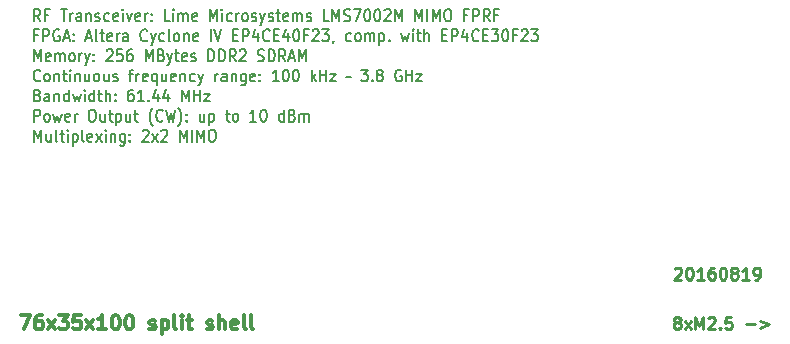
<source format=gto>
G04 #@! TF.FileFunction,Legend,Top*
%FSLAX46Y46*%
G04 Gerber Fmt 4.6, Leading zero omitted, Abs format (unit mm)*
G04 Created by KiCad (PCBNEW (2016-07-22 BZR 6991, Git 146a78a)-product) date 08/19/16 17:42:04*
%MOMM*%
%LPD*%
G01*
G04 APERTURE LIST*
%ADD10C,0.150000*%
%ADD11C,0.250000*%
%ADD12C,0.200000*%
%ADD13C,0.300000*%
%ADD14C,0.700000*%
%ADD15C,1.350000*%
%ADD16C,3.000000*%
%ADD17C,0.254000*%
G04 APERTURE END LIST*
D10*
D11*
X63572976Y-28027619D02*
X63620595Y-27980000D01*
X63715833Y-27932380D01*
X63953928Y-27932380D01*
X64049166Y-27980000D01*
X64096785Y-28027619D01*
X64144404Y-28122857D01*
X64144404Y-28218095D01*
X64096785Y-28360952D01*
X63525357Y-28932380D01*
X64144404Y-28932380D01*
X64763452Y-27932380D02*
X64858690Y-27932380D01*
X64953928Y-27980000D01*
X65001547Y-28027619D01*
X65049166Y-28122857D01*
X65096785Y-28313333D01*
X65096785Y-28551428D01*
X65049166Y-28741904D01*
X65001547Y-28837142D01*
X64953928Y-28884761D01*
X64858690Y-28932380D01*
X64763452Y-28932380D01*
X64668214Y-28884761D01*
X64620595Y-28837142D01*
X64572976Y-28741904D01*
X64525357Y-28551428D01*
X64525357Y-28313333D01*
X64572976Y-28122857D01*
X64620595Y-28027619D01*
X64668214Y-27980000D01*
X64763452Y-27932380D01*
X66049166Y-28932380D02*
X65477738Y-28932380D01*
X65763452Y-28932380D02*
X65763452Y-27932380D01*
X65668214Y-28075238D01*
X65572976Y-28170476D01*
X65477738Y-28218095D01*
X66906309Y-27932380D02*
X66715833Y-27932380D01*
X66620595Y-27980000D01*
X66572976Y-28027619D01*
X66477738Y-28170476D01*
X66430119Y-28360952D01*
X66430119Y-28741904D01*
X66477738Y-28837142D01*
X66525357Y-28884761D01*
X66620595Y-28932380D01*
X66811071Y-28932380D01*
X66906309Y-28884761D01*
X66953928Y-28837142D01*
X67001547Y-28741904D01*
X67001547Y-28503809D01*
X66953928Y-28408571D01*
X66906309Y-28360952D01*
X66811071Y-28313333D01*
X66620595Y-28313333D01*
X66525357Y-28360952D01*
X66477738Y-28408571D01*
X66430119Y-28503809D01*
X67620595Y-27932380D02*
X67715833Y-27932380D01*
X67811071Y-27980000D01*
X67858690Y-28027619D01*
X67906309Y-28122857D01*
X67953928Y-28313333D01*
X67953928Y-28551428D01*
X67906309Y-28741904D01*
X67858690Y-28837142D01*
X67811071Y-28884761D01*
X67715833Y-28932380D01*
X67620595Y-28932380D01*
X67525357Y-28884761D01*
X67477738Y-28837142D01*
X67430119Y-28741904D01*
X67382500Y-28551428D01*
X67382500Y-28313333D01*
X67430119Y-28122857D01*
X67477738Y-28027619D01*
X67525357Y-27980000D01*
X67620595Y-27932380D01*
X68525357Y-28360952D02*
X68430119Y-28313333D01*
X68382500Y-28265714D01*
X68334880Y-28170476D01*
X68334880Y-28122857D01*
X68382500Y-28027619D01*
X68430119Y-27980000D01*
X68525357Y-27932380D01*
X68715833Y-27932380D01*
X68811071Y-27980000D01*
X68858690Y-28027619D01*
X68906309Y-28122857D01*
X68906309Y-28170476D01*
X68858690Y-28265714D01*
X68811071Y-28313333D01*
X68715833Y-28360952D01*
X68525357Y-28360952D01*
X68430119Y-28408571D01*
X68382500Y-28456190D01*
X68334880Y-28551428D01*
X68334880Y-28741904D01*
X68382500Y-28837142D01*
X68430119Y-28884761D01*
X68525357Y-28932380D01*
X68715833Y-28932380D01*
X68811071Y-28884761D01*
X68858690Y-28837142D01*
X68906309Y-28741904D01*
X68906309Y-28551428D01*
X68858690Y-28456190D01*
X68811071Y-28408571D01*
X68715833Y-28360952D01*
X69858690Y-28932380D02*
X69287261Y-28932380D01*
X69572976Y-28932380D02*
X69572976Y-27932380D01*
X69477738Y-28075238D01*
X69382500Y-28170476D01*
X69287261Y-28218095D01*
X70334880Y-28932380D02*
X70525357Y-28932380D01*
X70620595Y-28884761D01*
X70668214Y-28837142D01*
X70763452Y-28694285D01*
X70811071Y-28503809D01*
X70811071Y-28122857D01*
X70763452Y-28027619D01*
X70715833Y-27980000D01*
X70620595Y-27932380D01*
X70430119Y-27932380D01*
X70334880Y-27980000D01*
X70287261Y-28027619D01*
X70239642Y-28122857D01*
X70239642Y-28360952D01*
X70287261Y-28456190D01*
X70334880Y-28503809D01*
X70430119Y-28551428D01*
X70620595Y-28551428D01*
X70715833Y-28503809D01*
X70763452Y-28456190D01*
X70811071Y-28360952D01*
D12*
X9858571Y-7052380D02*
X9558571Y-6576190D01*
X9344285Y-7052380D02*
X9344285Y-6052380D01*
X9687142Y-6052380D01*
X9772857Y-6100000D01*
X9815714Y-6147619D01*
X9858571Y-6242857D01*
X9858571Y-6385714D01*
X9815714Y-6480952D01*
X9772857Y-6528571D01*
X9687142Y-6576190D01*
X9344285Y-6576190D01*
X10544285Y-6528571D02*
X10244285Y-6528571D01*
X10244285Y-7052380D02*
X10244285Y-6052380D01*
X10672857Y-6052380D01*
X11572857Y-6052380D02*
X12087142Y-6052380D01*
X11830000Y-7052380D02*
X11830000Y-6052380D01*
X12387142Y-7052380D02*
X12387142Y-6385714D01*
X12387142Y-6576190D02*
X12430000Y-6480952D01*
X12472857Y-6433333D01*
X12558571Y-6385714D01*
X12644285Y-6385714D01*
X13330000Y-7052380D02*
X13330000Y-6528571D01*
X13287142Y-6433333D01*
X13201428Y-6385714D01*
X13030000Y-6385714D01*
X12944285Y-6433333D01*
X13330000Y-7004761D02*
X13244285Y-7052380D01*
X13030000Y-7052380D01*
X12944285Y-7004761D01*
X12901428Y-6909523D01*
X12901428Y-6814285D01*
X12944285Y-6719047D01*
X13030000Y-6671428D01*
X13244285Y-6671428D01*
X13330000Y-6623809D01*
X13758571Y-6385714D02*
X13758571Y-7052380D01*
X13758571Y-6480952D02*
X13801428Y-6433333D01*
X13887142Y-6385714D01*
X14015714Y-6385714D01*
X14101428Y-6433333D01*
X14144285Y-6528571D01*
X14144285Y-7052380D01*
X14530000Y-7004761D02*
X14615714Y-7052380D01*
X14787142Y-7052380D01*
X14872857Y-7004761D01*
X14915714Y-6909523D01*
X14915714Y-6861904D01*
X14872857Y-6766666D01*
X14787142Y-6719047D01*
X14658571Y-6719047D01*
X14572857Y-6671428D01*
X14530000Y-6576190D01*
X14530000Y-6528571D01*
X14572857Y-6433333D01*
X14658571Y-6385714D01*
X14787142Y-6385714D01*
X14872857Y-6433333D01*
X15687142Y-7004761D02*
X15601428Y-7052380D01*
X15430000Y-7052380D01*
X15344285Y-7004761D01*
X15301428Y-6957142D01*
X15258571Y-6861904D01*
X15258571Y-6576190D01*
X15301428Y-6480952D01*
X15344285Y-6433333D01*
X15430000Y-6385714D01*
X15601428Y-6385714D01*
X15687142Y-6433333D01*
X16415714Y-7004761D02*
X16330000Y-7052380D01*
X16158571Y-7052380D01*
X16072857Y-7004761D01*
X16030000Y-6909523D01*
X16030000Y-6528571D01*
X16072857Y-6433333D01*
X16158571Y-6385714D01*
X16330000Y-6385714D01*
X16415714Y-6433333D01*
X16458571Y-6528571D01*
X16458571Y-6623809D01*
X16030000Y-6719047D01*
X16844285Y-7052380D02*
X16844285Y-6385714D01*
X16844285Y-6052380D02*
X16801428Y-6100000D01*
X16844285Y-6147619D01*
X16887142Y-6100000D01*
X16844285Y-6052380D01*
X16844285Y-6147619D01*
X17187142Y-6385714D02*
X17401428Y-7052380D01*
X17615714Y-6385714D01*
X18301428Y-7004761D02*
X18215714Y-7052380D01*
X18044285Y-7052380D01*
X17958571Y-7004761D01*
X17915714Y-6909523D01*
X17915714Y-6528571D01*
X17958571Y-6433333D01*
X18044285Y-6385714D01*
X18215714Y-6385714D01*
X18301428Y-6433333D01*
X18344285Y-6528571D01*
X18344285Y-6623809D01*
X17915714Y-6719047D01*
X18730000Y-7052380D02*
X18730000Y-6385714D01*
X18730000Y-6576190D02*
X18772857Y-6480952D01*
X18815714Y-6433333D01*
X18901428Y-6385714D01*
X18987142Y-6385714D01*
X19287142Y-6957142D02*
X19330000Y-7004761D01*
X19287142Y-7052380D01*
X19244285Y-7004761D01*
X19287142Y-6957142D01*
X19287142Y-7052380D01*
X19287142Y-6433333D02*
X19330000Y-6480952D01*
X19287142Y-6528571D01*
X19244285Y-6480952D01*
X19287142Y-6433333D01*
X19287142Y-6528571D01*
X20830000Y-7052380D02*
X20401428Y-7052380D01*
X20401428Y-6052380D01*
X21130000Y-7052380D02*
X21130000Y-6385714D01*
X21130000Y-6052380D02*
X21087142Y-6100000D01*
X21130000Y-6147619D01*
X21172857Y-6100000D01*
X21130000Y-6052380D01*
X21130000Y-6147619D01*
X21558571Y-7052380D02*
X21558571Y-6385714D01*
X21558571Y-6480952D02*
X21601428Y-6433333D01*
X21687142Y-6385714D01*
X21815714Y-6385714D01*
X21901428Y-6433333D01*
X21944285Y-6528571D01*
X21944285Y-7052380D01*
X21944285Y-6528571D02*
X21987142Y-6433333D01*
X22072857Y-6385714D01*
X22201428Y-6385714D01*
X22287142Y-6433333D01*
X22330000Y-6528571D01*
X22330000Y-7052380D01*
X23101428Y-7004761D02*
X23015714Y-7052380D01*
X22844285Y-7052380D01*
X22758571Y-7004761D01*
X22715714Y-6909523D01*
X22715714Y-6528571D01*
X22758571Y-6433333D01*
X22844285Y-6385714D01*
X23015714Y-6385714D01*
X23101428Y-6433333D01*
X23144285Y-6528571D01*
X23144285Y-6623809D01*
X22715714Y-6719047D01*
X24215714Y-7052380D02*
X24215714Y-6052380D01*
X24515714Y-6766666D01*
X24815714Y-6052380D01*
X24815714Y-7052380D01*
X25244285Y-7052380D02*
X25244285Y-6385714D01*
X25244285Y-6052380D02*
X25201428Y-6100000D01*
X25244285Y-6147619D01*
X25287142Y-6100000D01*
X25244285Y-6052380D01*
X25244285Y-6147619D01*
X26058571Y-7004761D02*
X25972857Y-7052380D01*
X25801428Y-7052380D01*
X25715714Y-7004761D01*
X25672857Y-6957142D01*
X25630000Y-6861904D01*
X25630000Y-6576190D01*
X25672857Y-6480952D01*
X25715714Y-6433333D01*
X25801428Y-6385714D01*
X25972857Y-6385714D01*
X26058571Y-6433333D01*
X26444285Y-7052380D02*
X26444285Y-6385714D01*
X26444285Y-6576190D02*
X26487142Y-6480952D01*
X26530000Y-6433333D01*
X26615714Y-6385714D01*
X26701428Y-6385714D01*
X27130000Y-7052380D02*
X27044285Y-7004761D01*
X27001428Y-6957142D01*
X26958571Y-6861904D01*
X26958571Y-6576190D01*
X27001428Y-6480952D01*
X27044285Y-6433333D01*
X27130000Y-6385714D01*
X27258571Y-6385714D01*
X27344285Y-6433333D01*
X27387142Y-6480952D01*
X27430000Y-6576190D01*
X27430000Y-6861904D01*
X27387142Y-6957142D01*
X27344285Y-7004761D01*
X27258571Y-7052380D01*
X27130000Y-7052380D01*
X27772857Y-7004761D02*
X27858571Y-7052380D01*
X28030000Y-7052380D01*
X28115714Y-7004761D01*
X28158571Y-6909523D01*
X28158571Y-6861904D01*
X28115714Y-6766666D01*
X28030000Y-6719047D01*
X27901428Y-6719047D01*
X27815714Y-6671428D01*
X27772857Y-6576190D01*
X27772857Y-6528571D01*
X27815714Y-6433333D01*
X27901428Y-6385714D01*
X28030000Y-6385714D01*
X28115714Y-6433333D01*
X28458571Y-6385714D02*
X28672857Y-7052380D01*
X28887142Y-6385714D02*
X28672857Y-7052380D01*
X28587142Y-7290476D01*
X28544285Y-7338095D01*
X28458571Y-7385714D01*
X29187142Y-7004761D02*
X29272857Y-7052380D01*
X29444285Y-7052380D01*
X29530000Y-7004761D01*
X29572857Y-6909523D01*
X29572857Y-6861904D01*
X29530000Y-6766666D01*
X29444285Y-6719047D01*
X29315714Y-6719047D01*
X29230000Y-6671428D01*
X29187142Y-6576190D01*
X29187142Y-6528571D01*
X29230000Y-6433333D01*
X29315714Y-6385714D01*
X29444285Y-6385714D01*
X29530000Y-6433333D01*
X29830000Y-6385714D02*
X30172857Y-6385714D01*
X29958571Y-6052380D02*
X29958571Y-6909523D01*
X30001428Y-7004761D01*
X30087142Y-7052380D01*
X30172857Y-7052380D01*
X30815714Y-7004761D02*
X30730000Y-7052380D01*
X30558571Y-7052380D01*
X30472857Y-7004761D01*
X30430000Y-6909523D01*
X30430000Y-6528571D01*
X30472857Y-6433333D01*
X30558571Y-6385714D01*
X30730000Y-6385714D01*
X30815714Y-6433333D01*
X30858571Y-6528571D01*
X30858571Y-6623809D01*
X30430000Y-6719047D01*
X31244285Y-7052380D02*
X31244285Y-6385714D01*
X31244285Y-6480952D02*
X31287142Y-6433333D01*
X31372857Y-6385714D01*
X31501428Y-6385714D01*
X31587142Y-6433333D01*
X31630000Y-6528571D01*
X31630000Y-7052380D01*
X31630000Y-6528571D02*
X31672857Y-6433333D01*
X31758571Y-6385714D01*
X31887142Y-6385714D01*
X31972857Y-6433333D01*
X32015714Y-6528571D01*
X32015714Y-7052380D01*
X32401428Y-7004761D02*
X32487142Y-7052380D01*
X32658571Y-7052380D01*
X32744285Y-7004761D01*
X32787142Y-6909523D01*
X32787142Y-6861904D01*
X32744285Y-6766666D01*
X32658571Y-6719047D01*
X32530000Y-6719047D01*
X32444285Y-6671428D01*
X32401428Y-6576190D01*
X32401428Y-6528571D01*
X32444285Y-6433333D01*
X32530000Y-6385714D01*
X32658571Y-6385714D01*
X32744285Y-6433333D01*
X34287142Y-7052380D02*
X33858571Y-7052380D01*
X33858571Y-6052380D01*
X34587142Y-7052380D02*
X34587142Y-6052380D01*
X34887142Y-6766666D01*
X35187142Y-6052380D01*
X35187142Y-7052380D01*
X35572857Y-7004761D02*
X35701428Y-7052380D01*
X35915714Y-7052380D01*
X36001428Y-7004761D01*
X36044285Y-6957142D01*
X36087142Y-6861904D01*
X36087142Y-6766666D01*
X36044285Y-6671428D01*
X36001428Y-6623809D01*
X35915714Y-6576190D01*
X35744285Y-6528571D01*
X35658571Y-6480952D01*
X35615714Y-6433333D01*
X35572857Y-6338095D01*
X35572857Y-6242857D01*
X35615714Y-6147619D01*
X35658571Y-6100000D01*
X35744285Y-6052380D01*
X35958571Y-6052380D01*
X36087142Y-6100000D01*
X36387142Y-6052380D02*
X36987142Y-6052380D01*
X36601428Y-7052380D01*
X37501428Y-6052380D02*
X37587142Y-6052380D01*
X37672857Y-6100000D01*
X37715714Y-6147619D01*
X37758571Y-6242857D01*
X37801428Y-6433333D01*
X37801428Y-6671428D01*
X37758571Y-6861904D01*
X37715714Y-6957142D01*
X37672857Y-7004761D01*
X37587142Y-7052380D01*
X37501428Y-7052380D01*
X37415714Y-7004761D01*
X37372857Y-6957142D01*
X37330000Y-6861904D01*
X37287142Y-6671428D01*
X37287142Y-6433333D01*
X37330000Y-6242857D01*
X37372857Y-6147619D01*
X37415714Y-6100000D01*
X37501428Y-6052380D01*
X38358571Y-6052380D02*
X38444285Y-6052380D01*
X38530000Y-6100000D01*
X38572857Y-6147619D01*
X38615714Y-6242857D01*
X38658571Y-6433333D01*
X38658571Y-6671428D01*
X38615714Y-6861904D01*
X38572857Y-6957142D01*
X38530000Y-7004761D01*
X38444285Y-7052380D01*
X38358571Y-7052380D01*
X38272857Y-7004761D01*
X38230000Y-6957142D01*
X38187142Y-6861904D01*
X38144285Y-6671428D01*
X38144285Y-6433333D01*
X38187142Y-6242857D01*
X38230000Y-6147619D01*
X38272857Y-6100000D01*
X38358571Y-6052380D01*
X39001428Y-6147619D02*
X39044285Y-6100000D01*
X39130000Y-6052380D01*
X39344285Y-6052380D01*
X39430000Y-6100000D01*
X39472857Y-6147619D01*
X39515714Y-6242857D01*
X39515714Y-6338095D01*
X39472857Y-6480952D01*
X38958571Y-7052380D01*
X39515714Y-7052380D01*
X39901428Y-7052380D02*
X39901428Y-6052380D01*
X40201428Y-6766666D01*
X40501428Y-6052380D01*
X40501428Y-7052380D01*
X41615714Y-7052380D02*
X41615714Y-6052380D01*
X41915714Y-6766666D01*
X42215714Y-6052380D01*
X42215714Y-7052380D01*
X42644285Y-7052380D02*
X42644285Y-6052380D01*
X43072857Y-7052380D02*
X43072857Y-6052380D01*
X43372857Y-6766666D01*
X43672857Y-6052380D01*
X43672857Y-7052380D01*
X44272857Y-6052380D02*
X44444285Y-6052380D01*
X44530000Y-6100000D01*
X44615714Y-6195238D01*
X44658571Y-6385714D01*
X44658571Y-6719047D01*
X44615714Y-6909523D01*
X44530000Y-7004761D01*
X44444285Y-7052380D01*
X44272857Y-7052380D01*
X44187142Y-7004761D01*
X44101428Y-6909523D01*
X44058571Y-6719047D01*
X44058571Y-6385714D01*
X44101428Y-6195238D01*
X44187142Y-6100000D01*
X44272857Y-6052380D01*
X46030000Y-6528571D02*
X45730000Y-6528571D01*
X45730000Y-7052380D02*
X45730000Y-6052380D01*
X46158571Y-6052380D01*
X46501428Y-7052380D02*
X46501428Y-6052380D01*
X46844285Y-6052380D01*
X46930000Y-6100000D01*
X46972857Y-6147619D01*
X47015714Y-6242857D01*
X47015714Y-6385714D01*
X46972857Y-6480952D01*
X46930000Y-6528571D01*
X46844285Y-6576190D01*
X46501428Y-6576190D01*
X47915714Y-7052380D02*
X47615714Y-6576190D01*
X47401428Y-7052380D02*
X47401428Y-6052380D01*
X47744285Y-6052380D01*
X47830000Y-6100000D01*
X47872857Y-6147619D01*
X47915714Y-6242857D01*
X47915714Y-6385714D01*
X47872857Y-6480952D01*
X47830000Y-6528571D01*
X47744285Y-6576190D01*
X47401428Y-6576190D01*
X48601428Y-6528571D02*
X48301428Y-6528571D01*
X48301428Y-7052380D02*
X48301428Y-6052380D01*
X48730000Y-6052380D01*
X9644285Y-8228571D02*
X9344285Y-8228571D01*
X9344285Y-8752380D02*
X9344285Y-7752380D01*
X9772857Y-7752380D01*
X10115714Y-8752380D02*
X10115714Y-7752380D01*
X10458571Y-7752380D01*
X10544285Y-7800000D01*
X10587142Y-7847619D01*
X10630000Y-7942857D01*
X10630000Y-8085714D01*
X10587142Y-8180952D01*
X10544285Y-8228571D01*
X10458571Y-8276190D01*
X10115714Y-8276190D01*
X11487142Y-7800000D02*
X11401428Y-7752380D01*
X11272857Y-7752380D01*
X11144285Y-7800000D01*
X11058571Y-7895238D01*
X11015714Y-7990476D01*
X10972857Y-8180952D01*
X10972857Y-8323809D01*
X11015714Y-8514285D01*
X11058571Y-8609523D01*
X11144285Y-8704761D01*
X11272857Y-8752380D01*
X11358571Y-8752380D01*
X11487142Y-8704761D01*
X11530000Y-8657142D01*
X11530000Y-8323809D01*
X11358571Y-8323809D01*
X11872857Y-8466666D02*
X12301428Y-8466666D01*
X11787142Y-8752380D02*
X12087142Y-7752380D01*
X12387142Y-8752380D01*
X12687142Y-8657142D02*
X12730000Y-8704761D01*
X12687142Y-8752380D01*
X12644285Y-8704761D01*
X12687142Y-8657142D01*
X12687142Y-8752380D01*
X12687142Y-8133333D02*
X12730000Y-8180952D01*
X12687142Y-8228571D01*
X12644285Y-8180952D01*
X12687142Y-8133333D01*
X12687142Y-8228571D01*
X13758571Y-8466666D02*
X14187142Y-8466666D01*
X13672857Y-8752380D02*
X13972857Y-7752380D01*
X14272857Y-8752380D01*
X14701428Y-8752380D02*
X14615714Y-8704761D01*
X14572857Y-8609523D01*
X14572857Y-7752380D01*
X14915714Y-8085714D02*
X15258571Y-8085714D01*
X15044285Y-7752380D02*
X15044285Y-8609523D01*
X15087142Y-8704761D01*
X15172857Y-8752380D01*
X15258571Y-8752380D01*
X15901428Y-8704761D02*
X15815714Y-8752380D01*
X15644285Y-8752380D01*
X15558571Y-8704761D01*
X15515714Y-8609523D01*
X15515714Y-8228571D01*
X15558571Y-8133333D01*
X15644285Y-8085714D01*
X15815714Y-8085714D01*
X15901428Y-8133333D01*
X15944285Y-8228571D01*
X15944285Y-8323809D01*
X15515714Y-8419047D01*
X16330000Y-8752380D02*
X16330000Y-8085714D01*
X16330000Y-8276190D02*
X16372857Y-8180952D01*
X16415714Y-8133333D01*
X16501428Y-8085714D01*
X16587142Y-8085714D01*
X17272857Y-8752380D02*
X17272857Y-8228571D01*
X17230000Y-8133333D01*
X17144285Y-8085714D01*
X16972857Y-8085714D01*
X16887142Y-8133333D01*
X17272857Y-8704761D02*
X17187142Y-8752380D01*
X16972857Y-8752380D01*
X16887142Y-8704761D01*
X16844285Y-8609523D01*
X16844285Y-8514285D01*
X16887142Y-8419047D01*
X16972857Y-8371428D01*
X17187142Y-8371428D01*
X17272857Y-8323809D01*
X18901428Y-8657142D02*
X18858571Y-8704761D01*
X18730000Y-8752380D01*
X18644285Y-8752380D01*
X18515714Y-8704761D01*
X18430000Y-8609523D01*
X18387142Y-8514285D01*
X18344285Y-8323809D01*
X18344285Y-8180952D01*
X18387142Y-7990476D01*
X18430000Y-7895238D01*
X18515714Y-7800000D01*
X18644285Y-7752380D01*
X18730000Y-7752380D01*
X18858571Y-7800000D01*
X18901428Y-7847619D01*
X19201428Y-8085714D02*
X19415714Y-8752380D01*
X19630000Y-8085714D02*
X19415714Y-8752380D01*
X19330000Y-8990476D01*
X19287142Y-9038095D01*
X19201428Y-9085714D01*
X20358571Y-8704761D02*
X20272857Y-8752380D01*
X20101428Y-8752380D01*
X20015714Y-8704761D01*
X19972857Y-8657142D01*
X19930000Y-8561904D01*
X19930000Y-8276190D01*
X19972857Y-8180952D01*
X20015714Y-8133333D01*
X20101428Y-8085714D01*
X20272857Y-8085714D01*
X20358571Y-8133333D01*
X20872857Y-8752380D02*
X20787142Y-8704761D01*
X20744285Y-8609523D01*
X20744285Y-7752380D01*
X21344285Y-8752380D02*
X21258571Y-8704761D01*
X21215714Y-8657142D01*
X21172857Y-8561904D01*
X21172857Y-8276190D01*
X21215714Y-8180952D01*
X21258571Y-8133333D01*
X21344285Y-8085714D01*
X21472857Y-8085714D01*
X21558571Y-8133333D01*
X21601428Y-8180952D01*
X21644285Y-8276190D01*
X21644285Y-8561904D01*
X21601428Y-8657142D01*
X21558571Y-8704761D01*
X21472857Y-8752380D01*
X21344285Y-8752380D01*
X22030000Y-8085714D02*
X22030000Y-8752380D01*
X22030000Y-8180952D02*
X22072857Y-8133333D01*
X22158571Y-8085714D01*
X22287142Y-8085714D01*
X22372857Y-8133333D01*
X22415714Y-8228571D01*
X22415714Y-8752380D01*
X23187142Y-8704761D02*
X23101428Y-8752380D01*
X22930000Y-8752380D01*
X22844285Y-8704761D01*
X22801428Y-8609523D01*
X22801428Y-8228571D01*
X22844285Y-8133333D01*
X22930000Y-8085714D01*
X23101428Y-8085714D01*
X23187142Y-8133333D01*
X23230000Y-8228571D01*
X23230000Y-8323809D01*
X22801428Y-8419047D01*
X24301428Y-8752380D02*
X24301428Y-7752380D01*
X24601428Y-7752380D02*
X24901428Y-8752380D01*
X25201428Y-7752380D01*
X26187142Y-8228571D02*
X26487142Y-8228571D01*
X26615714Y-8752380D02*
X26187142Y-8752380D01*
X26187142Y-7752380D01*
X26615714Y-7752380D01*
X27001428Y-8752380D02*
X27001428Y-7752380D01*
X27344285Y-7752380D01*
X27430000Y-7800000D01*
X27472857Y-7847619D01*
X27515714Y-7942857D01*
X27515714Y-8085714D01*
X27472857Y-8180952D01*
X27430000Y-8228571D01*
X27344285Y-8276190D01*
X27001428Y-8276190D01*
X28287142Y-8085714D02*
X28287142Y-8752380D01*
X28072857Y-7704761D02*
X27858571Y-8419047D01*
X28415714Y-8419047D01*
X29272857Y-8657142D02*
X29230000Y-8704761D01*
X29101428Y-8752380D01*
X29015714Y-8752380D01*
X28887142Y-8704761D01*
X28801428Y-8609523D01*
X28758571Y-8514285D01*
X28715714Y-8323809D01*
X28715714Y-8180952D01*
X28758571Y-7990476D01*
X28801428Y-7895238D01*
X28887142Y-7800000D01*
X29015714Y-7752380D01*
X29101428Y-7752380D01*
X29230000Y-7800000D01*
X29272857Y-7847619D01*
X29658571Y-8228571D02*
X29958571Y-8228571D01*
X30087142Y-8752380D02*
X29658571Y-8752380D01*
X29658571Y-7752380D01*
X30087142Y-7752380D01*
X30858571Y-8085714D02*
X30858571Y-8752380D01*
X30644285Y-7704761D02*
X30430000Y-8419047D01*
X30987142Y-8419047D01*
X31501428Y-7752380D02*
X31587142Y-7752380D01*
X31672857Y-7800000D01*
X31715714Y-7847619D01*
X31758571Y-7942857D01*
X31801428Y-8133333D01*
X31801428Y-8371428D01*
X31758571Y-8561904D01*
X31715714Y-8657142D01*
X31672857Y-8704761D01*
X31587142Y-8752380D01*
X31501428Y-8752380D01*
X31415714Y-8704761D01*
X31372857Y-8657142D01*
X31330000Y-8561904D01*
X31287142Y-8371428D01*
X31287142Y-8133333D01*
X31330000Y-7942857D01*
X31372857Y-7847619D01*
X31415714Y-7800000D01*
X31501428Y-7752380D01*
X32487142Y-8228571D02*
X32187142Y-8228571D01*
X32187142Y-8752380D02*
X32187142Y-7752380D01*
X32615714Y-7752380D01*
X32915714Y-7847619D02*
X32958571Y-7800000D01*
X33044285Y-7752380D01*
X33258571Y-7752380D01*
X33344285Y-7800000D01*
X33387142Y-7847619D01*
X33430000Y-7942857D01*
X33430000Y-8038095D01*
X33387142Y-8180952D01*
X32872857Y-8752380D01*
X33430000Y-8752380D01*
X33730000Y-7752380D02*
X34287142Y-7752380D01*
X33987142Y-8133333D01*
X34115714Y-8133333D01*
X34201428Y-8180952D01*
X34244285Y-8228571D01*
X34287142Y-8323809D01*
X34287142Y-8561904D01*
X34244285Y-8657142D01*
X34201428Y-8704761D01*
X34115714Y-8752380D01*
X33858571Y-8752380D01*
X33772857Y-8704761D01*
X33730000Y-8657142D01*
X34715714Y-8704761D02*
X34715714Y-8752380D01*
X34672857Y-8847619D01*
X34630000Y-8895238D01*
X36172857Y-8704761D02*
X36087142Y-8752380D01*
X35915714Y-8752380D01*
X35830000Y-8704761D01*
X35787142Y-8657142D01*
X35744285Y-8561904D01*
X35744285Y-8276190D01*
X35787142Y-8180952D01*
X35830000Y-8133333D01*
X35915714Y-8085714D01*
X36087142Y-8085714D01*
X36172857Y-8133333D01*
X36687142Y-8752380D02*
X36601428Y-8704761D01*
X36558571Y-8657142D01*
X36515714Y-8561904D01*
X36515714Y-8276190D01*
X36558571Y-8180952D01*
X36601428Y-8133333D01*
X36687142Y-8085714D01*
X36815714Y-8085714D01*
X36901428Y-8133333D01*
X36944285Y-8180952D01*
X36987142Y-8276190D01*
X36987142Y-8561904D01*
X36944285Y-8657142D01*
X36901428Y-8704761D01*
X36815714Y-8752380D01*
X36687142Y-8752380D01*
X37372857Y-8752380D02*
X37372857Y-8085714D01*
X37372857Y-8180952D02*
X37415714Y-8133333D01*
X37501428Y-8085714D01*
X37630000Y-8085714D01*
X37715714Y-8133333D01*
X37758571Y-8228571D01*
X37758571Y-8752380D01*
X37758571Y-8228571D02*
X37801428Y-8133333D01*
X37887142Y-8085714D01*
X38015714Y-8085714D01*
X38101428Y-8133333D01*
X38144285Y-8228571D01*
X38144285Y-8752380D01*
X38572857Y-8085714D02*
X38572857Y-9085714D01*
X38572857Y-8133333D02*
X38658571Y-8085714D01*
X38830000Y-8085714D01*
X38915714Y-8133333D01*
X38958571Y-8180952D01*
X39001428Y-8276190D01*
X39001428Y-8561904D01*
X38958571Y-8657142D01*
X38915714Y-8704761D01*
X38830000Y-8752380D01*
X38658571Y-8752380D01*
X38572857Y-8704761D01*
X39387142Y-8657142D02*
X39430000Y-8704761D01*
X39387142Y-8752380D01*
X39344285Y-8704761D01*
X39387142Y-8657142D01*
X39387142Y-8752380D01*
X40415714Y-8085714D02*
X40587142Y-8752380D01*
X40758571Y-8276190D01*
X40930000Y-8752380D01*
X41101428Y-8085714D01*
X41444285Y-8752380D02*
X41444285Y-8085714D01*
X41444285Y-7752380D02*
X41401428Y-7800000D01*
X41444285Y-7847619D01*
X41487142Y-7800000D01*
X41444285Y-7752380D01*
X41444285Y-7847619D01*
X41744285Y-8085714D02*
X42087142Y-8085714D01*
X41872857Y-7752380D02*
X41872857Y-8609523D01*
X41915714Y-8704761D01*
X42001428Y-8752380D01*
X42087142Y-8752380D01*
X42387142Y-8752380D02*
X42387142Y-7752380D01*
X42772857Y-8752380D02*
X42772857Y-8228571D01*
X42730000Y-8133333D01*
X42644285Y-8085714D01*
X42515714Y-8085714D01*
X42430000Y-8133333D01*
X42387142Y-8180952D01*
X43887142Y-8228571D02*
X44187142Y-8228571D01*
X44315714Y-8752380D02*
X43887142Y-8752380D01*
X43887142Y-7752380D01*
X44315714Y-7752380D01*
X44701428Y-8752380D02*
X44701428Y-7752380D01*
X45044285Y-7752380D01*
X45130000Y-7800000D01*
X45172857Y-7847619D01*
X45215714Y-7942857D01*
X45215714Y-8085714D01*
X45172857Y-8180952D01*
X45130000Y-8228571D01*
X45044285Y-8276190D01*
X44701428Y-8276190D01*
X45987142Y-8085714D02*
X45987142Y-8752380D01*
X45772857Y-7704761D02*
X45558571Y-8419047D01*
X46115714Y-8419047D01*
X46972857Y-8657142D02*
X46930000Y-8704761D01*
X46801428Y-8752380D01*
X46715714Y-8752380D01*
X46587142Y-8704761D01*
X46501428Y-8609523D01*
X46458571Y-8514285D01*
X46415714Y-8323809D01*
X46415714Y-8180952D01*
X46458571Y-7990476D01*
X46501428Y-7895238D01*
X46587142Y-7800000D01*
X46715714Y-7752380D01*
X46801428Y-7752380D01*
X46930000Y-7800000D01*
X46972857Y-7847619D01*
X47358571Y-8228571D02*
X47658571Y-8228571D01*
X47787142Y-8752380D02*
X47358571Y-8752380D01*
X47358571Y-7752380D01*
X47787142Y-7752380D01*
X48087142Y-7752380D02*
X48644285Y-7752380D01*
X48344285Y-8133333D01*
X48472857Y-8133333D01*
X48558571Y-8180952D01*
X48601428Y-8228571D01*
X48644285Y-8323809D01*
X48644285Y-8561904D01*
X48601428Y-8657142D01*
X48558571Y-8704761D01*
X48472857Y-8752380D01*
X48215714Y-8752380D01*
X48130000Y-8704761D01*
X48087142Y-8657142D01*
X49201428Y-7752380D02*
X49287142Y-7752380D01*
X49372857Y-7800000D01*
X49415714Y-7847619D01*
X49458571Y-7942857D01*
X49501428Y-8133333D01*
X49501428Y-8371428D01*
X49458571Y-8561904D01*
X49415714Y-8657142D01*
X49372857Y-8704761D01*
X49287142Y-8752380D01*
X49201428Y-8752380D01*
X49115714Y-8704761D01*
X49072857Y-8657142D01*
X49030000Y-8561904D01*
X48987142Y-8371428D01*
X48987142Y-8133333D01*
X49030000Y-7942857D01*
X49072857Y-7847619D01*
X49115714Y-7800000D01*
X49201428Y-7752380D01*
X50187142Y-8228571D02*
X49887142Y-8228571D01*
X49887142Y-8752380D02*
X49887142Y-7752380D01*
X50315714Y-7752380D01*
X50615714Y-7847619D02*
X50658571Y-7800000D01*
X50744285Y-7752380D01*
X50958571Y-7752380D01*
X51044285Y-7800000D01*
X51087142Y-7847619D01*
X51130000Y-7942857D01*
X51130000Y-8038095D01*
X51087142Y-8180952D01*
X50572857Y-8752380D01*
X51130000Y-8752380D01*
X51430000Y-7752380D02*
X51987142Y-7752380D01*
X51687142Y-8133333D01*
X51815714Y-8133333D01*
X51901428Y-8180952D01*
X51944285Y-8228571D01*
X51987142Y-8323809D01*
X51987142Y-8561904D01*
X51944285Y-8657142D01*
X51901428Y-8704761D01*
X51815714Y-8752380D01*
X51558571Y-8752380D01*
X51472857Y-8704761D01*
X51430000Y-8657142D01*
X9344285Y-10452380D02*
X9344285Y-9452380D01*
X9644285Y-10166666D01*
X9944285Y-9452380D01*
X9944285Y-10452380D01*
X10715714Y-10404761D02*
X10630000Y-10452380D01*
X10458571Y-10452380D01*
X10372857Y-10404761D01*
X10330000Y-10309523D01*
X10330000Y-9928571D01*
X10372857Y-9833333D01*
X10458571Y-9785714D01*
X10630000Y-9785714D01*
X10715714Y-9833333D01*
X10758571Y-9928571D01*
X10758571Y-10023809D01*
X10330000Y-10119047D01*
X11144285Y-10452380D02*
X11144285Y-9785714D01*
X11144285Y-9880952D02*
X11187142Y-9833333D01*
X11272857Y-9785714D01*
X11401428Y-9785714D01*
X11487142Y-9833333D01*
X11530000Y-9928571D01*
X11530000Y-10452380D01*
X11530000Y-9928571D02*
X11572857Y-9833333D01*
X11658571Y-9785714D01*
X11787142Y-9785714D01*
X11872857Y-9833333D01*
X11915714Y-9928571D01*
X11915714Y-10452380D01*
X12472857Y-10452380D02*
X12387142Y-10404761D01*
X12344285Y-10357142D01*
X12301428Y-10261904D01*
X12301428Y-9976190D01*
X12344285Y-9880952D01*
X12387142Y-9833333D01*
X12472857Y-9785714D01*
X12601428Y-9785714D01*
X12687142Y-9833333D01*
X12730000Y-9880952D01*
X12772857Y-9976190D01*
X12772857Y-10261904D01*
X12730000Y-10357142D01*
X12687142Y-10404761D01*
X12601428Y-10452380D01*
X12472857Y-10452380D01*
X13158571Y-10452380D02*
X13158571Y-9785714D01*
X13158571Y-9976190D02*
X13201428Y-9880952D01*
X13244285Y-9833333D01*
X13330000Y-9785714D01*
X13415714Y-9785714D01*
X13630000Y-9785714D02*
X13844285Y-10452380D01*
X14058571Y-9785714D02*
X13844285Y-10452380D01*
X13758571Y-10690476D01*
X13715714Y-10738095D01*
X13630000Y-10785714D01*
X14401428Y-10357142D02*
X14444285Y-10404761D01*
X14401428Y-10452380D01*
X14358571Y-10404761D01*
X14401428Y-10357142D01*
X14401428Y-10452380D01*
X14401428Y-9833333D02*
X14444285Y-9880952D01*
X14401428Y-9928571D01*
X14358571Y-9880952D01*
X14401428Y-9833333D01*
X14401428Y-9928571D01*
X15472857Y-9547619D02*
X15515714Y-9500000D01*
X15601428Y-9452380D01*
X15815714Y-9452380D01*
X15901428Y-9500000D01*
X15944285Y-9547619D01*
X15987142Y-9642857D01*
X15987142Y-9738095D01*
X15944285Y-9880952D01*
X15430000Y-10452380D01*
X15987142Y-10452380D01*
X16801428Y-9452380D02*
X16372857Y-9452380D01*
X16330000Y-9928571D01*
X16372857Y-9880952D01*
X16458571Y-9833333D01*
X16672857Y-9833333D01*
X16758571Y-9880952D01*
X16801428Y-9928571D01*
X16844285Y-10023809D01*
X16844285Y-10261904D01*
X16801428Y-10357142D01*
X16758571Y-10404761D01*
X16672857Y-10452380D01*
X16458571Y-10452380D01*
X16372857Y-10404761D01*
X16330000Y-10357142D01*
X17615714Y-9452380D02*
X17444285Y-9452380D01*
X17358571Y-9500000D01*
X17315714Y-9547619D01*
X17230000Y-9690476D01*
X17187142Y-9880952D01*
X17187142Y-10261904D01*
X17230000Y-10357142D01*
X17272857Y-10404761D01*
X17358571Y-10452380D01*
X17530000Y-10452380D01*
X17615714Y-10404761D01*
X17658571Y-10357142D01*
X17701428Y-10261904D01*
X17701428Y-10023809D01*
X17658571Y-9928571D01*
X17615714Y-9880952D01*
X17530000Y-9833333D01*
X17358571Y-9833333D01*
X17272857Y-9880952D01*
X17230000Y-9928571D01*
X17187142Y-10023809D01*
X18772857Y-10452380D02*
X18772857Y-9452380D01*
X19072857Y-10166666D01*
X19372857Y-9452380D01*
X19372857Y-10452380D01*
X20101428Y-9928571D02*
X20230000Y-9976190D01*
X20272857Y-10023809D01*
X20315714Y-10119047D01*
X20315714Y-10261904D01*
X20272857Y-10357142D01*
X20230000Y-10404761D01*
X20144285Y-10452380D01*
X19801428Y-10452380D01*
X19801428Y-9452380D01*
X20101428Y-9452380D01*
X20187142Y-9500000D01*
X20230000Y-9547619D01*
X20272857Y-9642857D01*
X20272857Y-9738095D01*
X20230000Y-9833333D01*
X20187142Y-9880952D01*
X20101428Y-9928571D01*
X19801428Y-9928571D01*
X20615714Y-9785714D02*
X20830000Y-10452380D01*
X21044285Y-9785714D02*
X20830000Y-10452380D01*
X20744285Y-10690476D01*
X20701428Y-10738095D01*
X20615714Y-10785714D01*
X21258571Y-9785714D02*
X21601428Y-9785714D01*
X21387142Y-9452380D02*
X21387142Y-10309523D01*
X21430000Y-10404761D01*
X21515714Y-10452380D01*
X21601428Y-10452380D01*
X22244285Y-10404761D02*
X22158571Y-10452380D01*
X21987142Y-10452380D01*
X21901428Y-10404761D01*
X21858571Y-10309523D01*
X21858571Y-9928571D01*
X21901428Y-9833333D01*
X21987142Y-9785714D01*
X22158571Y-9785714D01*
X22244285Y-9833333D01*
X22287142Y-9928571D01*
X22287142Y-10023809D01*
X21858571Y-10119047D01*
X22630000Y-10404761D02*
X22715714Y-10452380D01*
X22887142Y-10452380D01*
X22972857Y-10404761D01*
X23015714Y-10309523D01*
X23015714Y-10261904D01*
X22972857Y-10166666D01*
X22887142Y-10119047D01*
X22758571Y-10119047D01*
X22672857Y-10071428D01*
X22630000Y-9976190D01*
X22630000Y-9928571D01*
X22672857Y-9833333D01*
X22758571Y-9785714D01*
X22887142Y-9785714D01*
X22972857Y-9833333D01*
X24087142Y-10452380D02*
X24087142Y-9452380D01*
X24301428Y-9452380D01*
X24430000Y-9500000D01*
X24515714Y-9595238D01*
X24558571Y-9690476D01*
X24601428Y-9880952D01*
X24601428Y-10023809D01*
X24558571Y-10214285D01*
X24515714Y-10309523D01*
X24430000Y-10404761D01*
X24301428Y-10452380D01*
X24087142Y-10452380D01*
X24987142Y-10452380D02*
X24987142Y-9452380D01*
X25201428Y-9452380D01*
X25330000Y-9500000D01*
X25415714Y-9595238D01*
X25458571Y-9690476D01*
X25501428Y-9880952D01*
X25501428Y-10023809D01*
X25458571Y-10214285D01*
X25415714Y-10309523D01*
X25330000Y-10404761D01*
X25201428Y-10452380D01*
X24987142Y-10452380D01*
X26401428Y-10452380D02*
X26101428Y-9976190D01*
X25887142Y-10452380D02*
X25887142Y-9452380D01*
X26230000Y-9452380D01*
X26315714Y-9500000D01*
X26358571Y-9547619D01*
X26401428Y-9642857D01*
X26401428Y-9785714D01*
X26358571Y-9880952D01*
X26315714Y-9928571D01*
X26230000Y-9976190D01*
X25887142Y-9976190D01*
X26744285Y-9547619D02*
X26787142Y-9500000D01*
X26872857Y-9452380D01*
X27087142Y-9452380D01*
X27172857Y-9500000D01*
X27215714Y-9547619D01*
X27258571Y-9642857D01*
X27258571Y-9738095D01*
X27215714Y-9880952D01*
X26701428Y-10452380D01*
X27258571Y-10452380D01*
X28287142Y-10404761D02*
X28415714Y-10452380D01*
X28630000Y-10452380D01*
X28715714Y-10404761D01*
X28758571Y-10357142D01*
X28801428Y-10261904D01*
X28801428Y-10166666D01*
X28758571Y-10071428D01*
X28715714Y-10023809D01*
X28630000Y-9976190D01*
X28458571Y-9928571D01*
X28372857Y-9880952D01*
X28330000Y-9833333D01*
X28287142Y-9738095D01*
X28287142Y-9642857D01*
X28330000Y-9547619D01*
X28372857Y-9500000D01*
X28458571Y-9452380D01*
X28672857Y-9452380D01*
X28801428Y-9500000D01*
X29187142Y-10452380D02*
X29187142Y-9452380D01*
X29401428Y-9452380D01*
X29530000Y-9500000D01*
X29615714Y-9595238D01*
X29658571Y-9690476D01*
X29701428Y-9880952D01*
X29701428Y-10023809D01*
X29658571Y-10214285D01*
X29615714Y-10309523D01*
X29530000Y-10404761D01*
X29401428Y-10452380D01*
X29187142Y-10452380D01*
X30601428Y-10452380D02*
X30301428Y-9976190D01*
X30087142Y-10452380D02*
X30087142Y-9452380D01*
X30430000Y-9452380D01*
X30515714Y-9500000D01*
X30558571Y-9547619D01*
X30601428Y-9642857D01*
X30601428Y-9785714D01*
X30558571Y-9880952D01*
X30515714Y-9928571D01*
X30430000Y-9976190D01*
X30087142Y-9976190D01*
X30944285Y-10166666D02*
X31372857Y-10166666D01*
X30858571Y-10452380D02*
X31158571Y-9452380D01*
X31458571Y-10452380D01*
X31758571Y-10452380D02*
X31758571Y-9452380D01*
X32058571Y-10166666D01*
X32358571Y-9452380D01*
X32358571Y-10452380D01*
X9858571Y-12057142D02*
X9815714Y-12104761D01*
X9687142Y-12152380D01*
X9601428Y-12152380D01*
X9472857Y-12104761D01*
X9387142Y-12009523D01*
X9344285Y-11914285D01*
X9301428Y-11723809D01*
X9301428Y-11580952D01*
X9344285Y-11390476D01*
X9387142Y-11295238D01*
X9472857Y-11200000D01*
X9601428Y-11152380D01*
X9687142Y-11152380D01*
X9815714Y-11200000D01*
X9858571Y-11247619D01*
X10372857Y-12152380D02*
X10287142Y-12104761D01*
X10244285Y-12057142D01*
X10201428Y-11961904D01*
X10201428Y-11676190D01*
X10244285Y-11580952D01*
X10287142Y-11533333D01*
X10372857Y-11485714D01*
X10501428Y-11485714D01*
X10587142Y-11533333D01*
X10630000Y-11580952D01*
X10672857Y-11676190D01*
X10672857Y-11961904D01*
X10630000Y-12057142D01*
X10587142Y-12104761D01*
X10501428Y-12152380D01*
X10372857Y-12152380D01*
X11058571Y-11485714D02*
X11058571Y-12152380D01*
X11058571Y-11580952D02*
X11101428Y-11533333D01*
X11187142Y-11485714D01*
X11315714Y-11485714D01*
X11401428Y-11533333D01*
X11444285Y-11628571D01*
X11444285Y-12152380D01*
X11744285Y-11485714D02*
X12087142Y-11485714D01*
X11872857Y-11152380D02*
X11872857Y-12009523D01*
X11915714Y-12104761D01*
X12001428Y-12152380D01*
X12087142Y-12152380D01*
X12387142Y-12152380D02*
X12387142Y-11485714D01*
X12387142Y-11152380D02*
X12344285Y-11200000D01*
X12387142Y-11247619D01*
X12430000Y-11200000D01*
X12387142Y-11152380D01*
X12387142Y-11247619D01*
X12815714Y-11485714D02*
X12815714Y-12152380D01*
X12815714Y-11580952D02*
X12858571Y-11533333D01*
X12944285Y-11485714D01*
X13072857Y-11485714D01*
X13158571Y-11533333D01*
X13201428Y-11628571D01*
X13201428Y-12152380D01*
X14015714Y-11485714D02*
X14015714Y-12152380D01*
X13630000Y-11485714D02*
X13630000Y-12009523D01*
X13672857Y-12104761D01*
X13758571Y-12152380D01*
X13887142Y-12152380D01*
X13972857Y-12104761D01*
X14015714Y-12057142D01*
X14572857Y-12152380D02*
X14487142Y-12104761D01*
X14444285Y-12057142D01*
X14401428Y-11961904D01*
X14401428Y-11676190D01*
X14444285Y-11580952D01*
X14487142Y-11533333D01*
X14572857Y-11485714D01*
X14701428Y-11485714D01*
X14787142Y-11533333D01*
X14830000Y-11580952D01*
X14872857Y-11676190D01*
X14872857Y-11961904D01*
X14830000Y-12057142D01*
X14787142Y-12104761D01*
X14701428Y-12152380D01*
X14572857Y-12152380D01*
X15644285Y-11485714D02*
X15644285Y-12152380D01*
X15258571Y-11485714D02*
X15258571Y-12009523D01*
X15301428Y-12104761D01*
X15387142Y-12152380D01*
X15515714Y-12152380D01*
X15601428Y-12104761D01*
X15644285Y-12057142D01*
X16030000Y-12104761D02*
X16115714Y-12152380D01*
X16287142Y-12152380D01*
X16372857Y-12104761D01*
X16415714Y-12009523D01*
X16415714Y-11961904D01*
X16372857Y-11866666D01*
X16287142Y-11819047D01*
X16158571Y-11819047D01*
X16072857Y-11771428D01*
X16030000Y-11676190D01*
X16030000Y-11628571D01*
X16072857Y-11533333D01*
X16158571Y-11485714D01*
X16287142Y-11485714D01*
X16372857Y-11533333D01*
X17358571Y-11485714D02*
X17701428Y-11485714D01*
X17487142Y-12152380D02*
X17487142Y-11295238D01*
X17530000Y-11200000D01*
X17615714Y-11152380D01*
X17701428Y-11152380D01*
X18001428Y-12152380D02*
X18001428Y-11485714D01*
X18001428Y-11676190D02*
X18044285Y-11580952D01*
X18087142Y-11533333D01*
X18172857Y-11485714D01*
X18258571Y-11485714D01*
X18901428Y-12104761D02*
X18815714Y-12152380D01*
X18644285Y-12152380D01*
X18558571Y-12104761D01*
X18515714Y-12009523D01*
X18515714Y-11628571D01*
X18558571Y-11533333D01*
X18644285Y-11485714D01*
X18815714Y-11485714D01*
X18901428Y-11533333D01*
X18944285Y-11628571D01*
X18944285Y-11723809D01*
X18515714Y-11819047D01*
X19715714Y-11485714D02*
X19715714Y-12485714D01*
X19715714Y-12104761D02*
X19630000Y-12152380D01*
X19458571Y-12152380D01*
X19372857Y-12104761D01*
X19330000Y-12057142D01*
X19287142Y-11961904D01*
X19287142Y-11676190D01*
X19330000Y-11580952D01*
X19372857Y-11533333D01*
X19458571Y-11485714D01*
X19630000Y-11485714D01*
X19715714Y-11533333D01*
X20530000Y-11485714D02*
X20530000Y-12152380D01*
X20144285Y-11485714D02*
X20144285Y-12009523D01*
X20187142Y-12104761D01*
X20272857Y-12152380D01*
X20401428Y-12152380D01*
X20487142Y-12104761D01*
X20530000Y-12057142D01*
X21301428Y-12104761D02*
X21215714Y-12152380D01*
X21044285Y-12152380D01*
X20958571Y-12104761D01*
X20915714Y-12009523D01*
X20915714Y-11628571D01*
X20958571Y-11533333D01*
X21044285Y-11485714D01*
X21215714Y-11485714D01*
X21301428Y-11533333D01*
X21344285Y-11628571D01*
X21344285Y-11723809D01*
X20915714Y-11819047D01*
X21730000Y-11485714D02*
X21730000Y-12152380D01*
X21730000Y-11580952D02*
X21772857Y-11533333D01*
X21858571Y-11485714D01*
X21987142Y-11485714D01*
X22072857Y-11533333D01*
X22115714Y-11628571D01*
X22115714Y-12152380D01*
X22930000Y-12104761D02*
X22844285Y-12152380D01*
X22672857Y-12152380D01*
X22587142Y-12104761D01*
X22544285Y-12057142D01*
X22501428Y-11961904D01*
X22501428Y-11676190D01*
X22544285Y-11580952D01*
X22587142Y-11533333D01*
X22672857Y-11485714D01*
X22844285Y-11485714D01*
X22930000Y-11533333D01*
X23230000Y-11485714D02*
X23444285Y-12152380D01*
X23658571Y-11485714D02*
X23444285Y-12152380D01*
X23358571Y-12390476D01*
X23315714Y-12438095D01*
X23230000Y-12485714D01*
X24687142Y-12152380D02*
X24687142Y-11485714D01*
X24687142Y-11676190D02*
X24730000Y-11580952D01*
X24772857Y-11533333D01*
X24858571Y-11485714D01*
X24944285Y-11485714D01*
X25630000Y-12152380D02*
X25630000Y-11628571D01*
X25587142Y-11533333D01*
X25501428Y-11485714D01*
X25330000Y-11485714D01*
X25244285Y-11533333D01*
X25630000Y-12104761D02*
X25544285Y-12152380D01*
X25330000Y-12152380D01*
X25244285Y-12104761D01*
X25201428Y-12009523D01*
X25201428Y-11914285D01*
X25244285Y-11819047D01*
X25330000Y-11771428D01*
X25544285Y-11771428D01*
X25630000Y-11723809D01*
X26058571Y-11485714D02*
X26058571Y-12152380D01*
X26058571Y-11580952D02*
X26101428Y-11533333D01*
X26187142Y-11485714D01*
X26315714Y-11485714D01*
X26401428Y-11533333D01*
X26444285Y-11628571D01*
X26444285Y-12152380D01*
X27258571Y-11485714D02*
X27258571Y-12295238D01*
X27215714Y-12390476D01*
X27172857Y-12438095D01*
X27087142Y-12485714D01*
X26958571Y-12485714D01*
X26872857Y-12438095D01*
X27258571Y-12104761D02*
X27172857Y-12152380D01*
X27001428Y-12152380D01*
X26915714Y-12104761D01*
X26872857Y-12057142D01*
X26830000Y-11961904D01*
X26830000Y-11676190D01*
X26872857Y-11580952D01*
X26915714Y-11533333D01*
X27001428Y-11485714D01*
X27172857Y-11485714D01*
X27258571Y-11533333D01*
X28030000Y-12104761D02*
X27944285Y-12152380D01*
X27772857Y-12152380D01*
X27687142Y-12104761D01*
X27644285Y-12009523D01*
X27644285Y-11628571D01*
X27687142Y-11533333D01*
X27772857Y-11485714D01*
X27944285Y-11485714D01*
X28030000Y-11533333D01*
X28072857Y-11628571D01*
X28072857Y-11723809D01*
X27644285Y-11819047D01*
X28458571Y-12057142D02*
X28501428Y-12104761D01*
X28458571Y-12152380D01*
X28415714Y-12104761D01*
X28458571Y-12057142D01*
X28458571Y-12152380D01*
X28458571Y-11533333D02*
X28501428Y-11580952D01*
X28458571Y-11628571D01*
X28415714Y-11580952D01*
X28458571Y-11533333D01*
X28458571Y-11628571D01*
X30044285Y-12152380D02*
X29530000Y-12152380D01*
X29787142Y-12152380D02*
X29787142Y-11152380D01*
X29701428Y-11295238D01*
X29615714Y-11390476D01*
X29530000Y-11438095D01*
X30601428Y-11152380D02*
X30687142Y-11152380D01*
X30772857Y-11200000D01*
X30815714Y-11247619D01*
X30858571Y-11342857D01*
X30901428Y-11533333D01*
X30901428Y-11771428D01*
X30858571Y-11961904D01*
X30815714Y-12057142D01*
X30772857Y-12104761D01*
X30687142Y-12152380D01*
X30601428Y-12152380D01*
X30515714Y-12104761D01*
X30472857Y-12057142D01*
X30430000Y-11961904D01*
X30387142Y-11771428D01*
X30387142Y-11533333D01*
X30430000Y-11342857D01*
X30472857Y-11247619D01*
X30515714Y-11200000D01*
X30601428Y-11152380D01*
X31458571Y-11152380D02*
X31544285Y-11152380D01*
X31630000Y-11200000D01*
X31672857Y-11247619D01*
X31715714Y-11342857D01*
X31758571Y-11533333D01*
X31758571Y-11771428D01*
X31715714Y-11961904D01*
X31672857Y-12057142D01*
X31630000Y-12104761D01*
X31544285Y-12152380D01*
X31458571Y-12152380D01*
X31372857Y-12104761D01*
X31330000Y-12057142D01*
X31287142Y-11961904D01*
X31244285Y-11771428D01*
X31244285Y-11533333D01*
X31287142Y-11342857D01*
X31330000Y-11247619D01*
X31372857Y-11200000D01*
X31458571Y-11152380D01*
X32830000Y-12152380D02*
X32830000Y-11152380D01*
X32915714Y-11771428D02*
X33172857Y-12152380D01*
X33172857Y-11485714D02*
X32830000Y-11866666D01*
X33558571Y-12152380D02*
X33558571Y-11152380D01*
X33558571Y-11628571D02*
X34072857Y-11628571D01*
X34072857Y-12152380D02*
X34072857Y-11152380D01*
X34415714Y-11485714D02*
X34887142Y-11485714D01*
X34415714Y-12152380D01*
X34887142Y-12152380D01*
X36130000Y-11819047D02*
X35787142Y-11819047D01*
X37030000Y-11152380D02*
X37587142Y-11152380D01*
X37287142Y-11533333D01*
X37415714Y-11533333D01*
X37501428Y-11580952D01*
X37544285Y-11628571D01*
X37587142Y-11723809D01*
X37587142Y-11961904D01*
X37544285Y-12057142D01*
X37501428Y-12104761D01*
X37415714Y-12152380D01*
X37158571Y-12152380D01*
X37072857Y-12104761D01*
X37030000Y-12057142D01*
X37972857Y-12057142D02*
X38015714Y-12104761D01*
X37972857Y-12152380D01*
X37930000Y-12104761D01*
X37972857Y-12057142D01*
X37972857Y-12152380D01*
X38530000Y-11580952D02*
X38444285Y-11533333D01*
X38401428Y-11485714D01*
X38358571Y-11390476D01*
X38358571Y-11342857D01*
X38401428Y-11247619D01*
X38444285Y-11200000D01*
X38530000Y-11152380D01*
X38701428Y-11152380D01*
X38787142Y-11200000D01*
X38830000Y-11247619D01*
X38872857Y-11342857D01*
X38872857Y-11390476D01*
X38830000Y-11485714D01*
X38787142Y-11533333D01*
X38701428Y-11580952D01*
X38530000Y-11580952D01*
X38444285Y-11628571D01*
X38401428Y-11676190D01*
X38358571Y-11771428D01*
X38358571Y-11961904D01*
X38401428Y-12057142D01*
X38444285Y-12104761D01*
X38530000Y-12152380D01*
X38701428Y-12152380D01*
X38787142Y-12104761D01*
X38830000Y-12057142D01*
X38872857Y-11961904D01*
X38872857Y-11771428D01*
X38830000Y-11676190D01*
X38787142Y-11628571D01*
X38701428Y-11580952D01*
X40415714Y-11200000D02*
X40330000Y-11152380D01*
X40201428Y-11152380D01*
X40072857Y-11200000D01*
X39987142Y-11295238D01*
X39944285Y-11390476D01*
X39901428Y-11580952D01*
X39901428Y-11723809D01*
X39944285Y-11914285D01*
X39987142Y-12009523D01*
X40072857Y-12104761D01*
X40201428Y-12152380D01*
X40287142Y-12152380D01*
X40415714Y-12104761D01*
X40458571Y-12057142D01*
X40458571Y-11723809D01*
X40287142Y-11723809D01*
X40844285Y-12152380D02*
X40844285Y-11152380D01*
X40844285Y-11628571D02*
X41358571Y-11628571D01*
X41358571Y-12152380D02*
X41358571Y-11152380D01*
X41701428Y-11485714D02*
X42172857Y-11485714D01*
X41701428Y-12152380D01*
X42172857Y-12152380D01*
X9644285Y-13328571D02*
X9772857Y-13376190D01*
X9815714Y-13423809D01*
X9858571Y-13519047D01*
X9858571Y-13661904D01*
X9815714Y-13757142D01*
X9772857Y-13804761D01*
X9687142Y-13852380D01*
X9344285Y-13852380D01*
X9344285Y-12852380D01*
X9644285Y-12852380D01*
X9730000Y-12900000D01*
X9772857Y-12947619D01*
X9815714Y-13042857D01*
X9815714Y-13138095D01*
X9772857Y-13233333D01*
X9730000Y-13280952D01*
X9644285Y-13328571D01*
X9344285Y-13328571D01*
X10630000Y-13852380D02*
X10630000Y-13328571D01*
X10587142Y-13233333D01*
X10501428Y-13185714D01*
X10330000Y-13185714D01*
X10244285Y-13233333D01*
X10630000Y-13804761D02*
X10544285Y-13852380D01*
X10330000Y-13852380D01*
X10244285Y-13804761D01*
X10201428Y-13709523D01*
X10201428Y-13614285D01*
X10244285Y-13519047D01*
X10330000Y-13471428D01*
X10544285Y-13471428D01*
X10630000Y-13423809D01*
X11058571Y-13185714D02*
X11058571Y-13852380D01*
X11058571Y-13280952D02*
X11101428Y-13233333D01*
X11187142Y-13185714D01*
X11315714Y-13185714D01*
X11401428Y-13233333D01*
X11444285Y-13328571D01*
X11444285Y-13852380D01*
X12258571Y-13852380D02*
X12258571Y-12852380D01*
X12258571Y-13804761D02*
X12172857Y-13852380D01*
X12001428Y-13852380D01*
X11915714Y-13804761D01*
X11872857Y-13757142D01*
X11830000Y-13661904D01*
X11830000Y-13376190D01*
X11872857Y-13280952D01*
X11915714Y-13233333D01*
X12001428Y-13185714D01*
X12172857Y-13185714D01*
X12258571Y-13233333D01*
X12601428Y-13185714D02*
X12772857Y-13852380D01*
X12944285Y-13376190D01*
X13115714Y-13852380D01*
X13287142Y-13185714D01*
X13630000Y-13852380D02*
X13630000Y-13185714D01*
X13630000Y-12852380D02*
X13587142Y-12900000D01*
X13630000Y-12947619D01*
X13672857Y-12900000D01*
X13630000Y-12852380D01*
X13630000Y-12947619D01*
X14444285Y-13852380D02*
X14444285Y-12852380D01*
X14444285Y-13804761D02*
X14358571Y-13852380D01*
X14187142Y-13852380D01*
X14101428Y-13804761D01*
X14058571Y-13757142D01*
X14015714Y-13661904D01*
X14015714Y-13376190D01*
X14058571Y-13280952D01*
X14101428Y-13233333D01*
X14187142Y-13185714D01*
X14358571Y-13185714D01*
X14444285Y-13233333D01*
X14744285Y-13185714D02*
X15087142Y-13185714D01*
X14872857Y-12852380D02*
X14872857Y-13709523D01*
X14915714Y-13804761D01*
X15001428Y-13852380D01*
X15087142Y-13852380D01*
X15387142Y-13852380D02*
X15387142Y-12852380D01*
X15772857Y-13852380D02*
X15772857Y-13328571D01*
X15730000Y-13233333D01*
X15644285Y-13185714D01*
X15515714Y-13185714D01*
X15430000Y-13233333D01*
X15387142Y-13280952D01*
X16201428Y-13757142D02*
X16244285Y-13804761D01*
X16201428Y-13852380D01*
X16158571Y-13804761D01*
X16201428Y-13757142D01*
X16201428Y-13852380D01*
X16201428Y-13233333D02*
X16244285Y-13280952D01*
X16201428Y-13328571D01*
X16158571Y-13280952D01*
X16201428Y-13233333D01*
X16201428Y-13328571D01*
X17701428Y-12852380D02*
X17530000Y-12852380D01*
X17444285Y-12900000D01*
X17401428Y-12947619D01*
X17315714Y-13090476D01*
X17272857Y-13280952D01*
X17272857Y-13661904D01*
X17315714Y-13757142D01*
X17358571Y-13804761D01*
X17444285Y-13852380D01*
X17615714Y-13852380D01*
X17701428Y-13804761D01*
X17744285Y-13757142D01*
X17787142Y-13661904D01*
X17787142Y-13423809D01*
X17744285Y-13328571D01*
X17701428Y-13280952D01*
X17615714Y-13233333D01*
X17444285Y-13233333D01*
X17358571Y-13280952D01*
X17315714Y-13328571D01*
X17272857Y-13423809D01*
X18644285Y-13852380D02*
X18130000Y-13852380D01*
X18387142Y-13852380D02*
X18387142Y-12852380D01*
X18301428Y-12995238D01*
X18215714Y-13090476D01*
X18130000Y-13138095D01*
X19030000Y-13757142D02*
X19072857Y-13804761D01*
X19030000Y-13852380D01*
X18987142Y-13804761D01*
X19030000Y-13757142D01*
X19030000Y-13852380D01*
X19844285Y-13185714D02*
X19844285Y-13852380D01*
X19630000Y-12804761D02*
X19415714Y-13519047D01*
X19972857Y-13519047D01*
X20701428Y-13185714D02*
X20701428Y-13852380D01*
X20487142Y-12804761D02*
X20272857Y-13519047D01*
X20830000Y-13519047D01*
X21858571Y-13852380D02*
X21858571Y-12852380D01*
X22158571Y-13566666D01*
X22458571Y-12852380D01*
X22458571Y-13852380D01*
X22887142Y-13852380D02*
X22887142Y-12852380D01*
X22887142Y-13328571D02*
X23401428Y-13328571D01*
X23401428Y-13852380D02*
X23401428Y-12852380D01*
X23744285Y-13185714D02*
X24215714Y-13185714D01*
X23744285Y-13852380D01*
X24215714Y-13852380D01*
X9344285Y-15552380D02*
X9344285Y-14552380D01*
X9687142Y-14552380D01*
X9772857Y-14600000D01*
X9815714Y-14647619D01*
X9858571Y-14742857D01*
X9858571Y-14885714D01*
X9815714Y-14980952D01*
X9772857Y-15028571D01*
X9687142Y-15076190D01*
X9344285Y-15076190D01*
X10372857Y-15552380D02*
X10287142Y-15504761D01*
X10244285Y-15457142D01*
X10201428Y-15361904D01*
X10201428Y-15076190D01*
X10244285Y-14980952D01*
X10287142Y-14933333D01*
X10372857Y-14885714D01*
X10501428Y-14885714D01*
X10587142Y-14933333D01*
X10630000Y-14980952D01*
X10672857Y-15076190D01*
X10672857Y-15361904D01*
X10630000Y-15457142D01*
X10587142Y-15504761D01*
X10501428Y-15552380D01*
X10372857Y-15552380D01*
X10972857Y-14885714D02*
X11144285Y-15552380D01*
X11315714Y-15076190D01*
X11487142Y-15552380D01*
X11658571Y-14885714D01*
X12344285Y-15504761D02*
X12258571Y-15552380D01*
X12087142Y-15552380D01*
X12001428Y-15504761D01*
X11958571Y-15409523D01*
X11958571Y-15028571D01*
X12001428Y-14933333D01*
X12087142Y-14885714D01*
X12258571Y-14885714D01*
X12344285Y-14933333D01*
X12387142Y-15028571D01*
X12387142Y-15123809D01*
X11958571Y-15219047D01*
X12772857Y-15552380D02*
X12772857Y-14885714D01*
X12772857Y-15076190D02*
X12815714Y-14980952D01*
X12858571Y-14933333D01*
X12944285Y-14885714D01*
X13030000Y-14885714D01*
X14187142Y-14552380D02*
X14358571Y-14552380D01*
X14444285Y-14600000D01*
X14530000Y-14695238D01*
X14572857Y-14885714D01*
X14572857Y-15219047D01*
X14530000Y-15409523D01*
X14444285Y-15504761D01*
X14358571Y-15552380D01*
X14187142Y-15552380D01*
X14101428Y-15504761D01*
X14015714Y-15409523D01*
X13972857Y-15219047D01*
X13972857Y-14885714D01*
X14015714Y-14695238D01*
X14101428Y-14600000D01*
X14187142Y-14552380D01*
X15344285Y-14885714D02*
X15344285Y-15552380D01*
X14958571Y-14885714D02*
X14958571Y-15409523D01*
X15001428Y-15504761D01*
X15087142Y-15552380D01*
X15215714Y-15552380D01*
X15301428Y-15504761D01*
X15344285Y-15457142D01*
X15644285Y-14885714D02*
X15987142Y-14885714D01*
X15772857Y-14552380D02*
X15772857Y-15409523D01*
X15815714Y-15504761D01*
X15901428Y-15552380D01*
X15987142Y-15552380D01*
X16287142Y-14885714D02*
X16287142Y-15885714D01*
X16287142Y-14933333D02*
X16372857Y-14885714D01*
X16544285Y-14885714D01*
X16630000Y-14933333D01*
X16672857Y-14980952D01*
X16715714Y-15076190D01*
X16715714Y-15361904D01*
X16672857Y-15457142D01*
X16630000Y-15504761D01*
X16544285Y-15552380D01*
X16372857Y-15552380D01*
X16287142Y-15504761D01*
X17487142Y-14885714D02*
X17487142Y-15552380D01*
X17101428Y-14885714D02*
X17101428Y-15409523D01*
X17144285Y-15504761D01*
X17230000Y-15552380D01*
X17358571Y-15552380D01*
X17444285Y-15504761D01*
X17487142Y-15457142D01*
X17787142Y-14885714D02*
X18130000Y-14885714D01*
X17915714Y-14552380D02*
X17915714Y-15409523D01*
X17958571Y-15504761D01*
X18044285Y-15552380D01*
X18130000Y-15552380D01*
X19372857Y-15933333D02*
X19330000Y-15885714D01*
X19244285Y-15742857D01*
X19201428Y-15647619D01*
X19158571Y-15504761D01*
X19115714Y-15266666D01*
X19115714Y-15076190D01*
X19158571Y-14838095D01*
X19201428Y-14695238D01*
X19244285Y-14600000D01*
X19330000Y-14457142D01*
X19372857Y-14409523D01*
X20230000Y-15457142D02*
X20187142Y-15504761D01*
X20058571Y-15552380D01*
X19972857Y-15552380D01*
X19844285Y-15504761D01*
X19758571Y-15409523D01*
X19715714Y-15314285D01*
X19672857Y-15123809D01*
X19672857Y-14980952D01*
X19715714Y-14790476D01*
X19758571Y-14695238D01*
X19844285Y-14600000D01*
X19972857Y-14552380D01*
X20058571Y-14552380D01*
X20187142Y-14600000D01*
X20230000Y-14647619D01*
X20530000Y-14552380D02*
X20744285Y-15552380D01*
X20915714Y-14838095D01*
X21087142Y-15552380D01*
X21301428Y-14552380D01*
X21558571Y-15933333D02*
X21601428Y-15885714D01*
X21687142Y-15742857D01*
X21730000Y-15647619D01*
X21772857Y-15504761D01*
X21815714Y-15266666D01*
X21815714Y-15076190D01*
X21772857Y-14838095D01*
X21730000Y-14695238D01*
X21687142Y-14600000D01*
X21601428Y-14457142D01*
X21558571Y-14409523D01*
X22244285Y-15457142D02*
X22287142Y-15504761D01*
X22244285Y-15552380D01*
X22201428Y-15504761D01*
X22244285Y-15457142D01*
X22244285Y-15552380D01*
X22244285Y-14933333D02*
X22287142Y-14980952D01*
X22244285Y-15028571D01*
X22201428Y-14980952D01*
X22244285Y-14933333D01*
X22244285Y-15028571D01*
X23744285Y-14885714D02*
X23744285Y-15552380D01*
X23358571Y-14885714D02*
X23358571Y-15409523D01*
X23401428Y-15504761D01*
X23487142Y-15552380D01*
X23615714Y-15552380D01*
X23701428Y-15504761D01*
X23744285Y-15457142D01*
X24172857Y-14885714D02*
X24172857Y-15885714D01*
X24172857Y-14933333D02*
X24258571Y-14885714D01*
X24430000Y-14885714D01*
X24515714Y-14933333D01*
X24558571Y-14980952D01*
X24601428Y-15076190D01*
X24601428Y-15361904D01*
X24558571Y-15457142D01*
X24515714Y-15504761D01*
X24430000Y-15552380D01*
X24258571Y-15552380D01*
X24172857Y-15504761D01*
X25544285Y-14885714D02*
X25887142Y-14885714D01*
X25672857Y-14552380D02*
X25672857Y-15409523D01*
X25715714Y-15504761D01*
X25801428Y-15552380D01*
X25887142Y-15552380D01*
X26315714Y-15552380D02*
X26230000Y-15504761D01*
X26187142Y-15457142D01*
X26144285Y-15361904D01*
X26144285Y-15076190D01*
X26187142Y-14980952D01*
X26230000Y-14933333D01*
X26315714Y-14885714D01*
X26444285Y-14885714D01*
X26530000Y-14933333D01*
X26572857Y-14980952D01*
X26615714Y-15076190D01*
X26615714Y-15361904D01*
X26572857Y-15457142D01*
X26530000Y-15504761D01*
X26444285Y-15552380D01*
X26315714Y-15552380D01*
X28158571Y-15552380D02*
X27644285Y-15552380D01*
X27901428Y-15552380D02*
X27901428Y-14552380D01*
X27815714Y-14695238D01*
X27730000Y-14790476D01*
X27644285Y-14838095D01*
X28715714Y-14552380D02*
X28801428Y-14552380D01*
X28887142Y-14600000D01*
X28930000Y-14647619D01*
X28972857Y-14742857D01*
X29015714Y-14933333D01*
X29015714Y-15171428D01*
X28972857Y-15361904D01*
X28930000Y-15457142D01*
X28887142Y-15504761D01*
X28801428Y-15552380D01*
X28715714Y-15552380D01*
X28630000Y-15504761D01*
X28587142Y-15457142D01*
X28544285Y-15361904D01*
X28501428Y-15171428D01*
X28501428Y-14933333D01*
X28544285Y-14742857D01*
X28587142Y-14647619D01*
X28630000Y-14600000D01*
X28715714Y-14552380D01*
X30472857Y-15552380D02*
X30472857Y-14552380D01*
X30472857Y-15504761D02*
X30387142Y-15552380D01*
X30215714Y-15552380D01*
X30130000Y-15504761D01*
X30087142Y-15457142D01*
X30044285Y-15361904D01*
X30044285Y-15076190D01*
X30087142Y-14980952D01*
X30130000Y-14933333D01*
X30215714Y-14885714D01*
X30387142Y-14885714D01*
X30472857Y-14933333D01*
X31201428Y-15028571D02*
X31330000Y-15076190D01*
X31372857Y-15123809D01*
X31415714Y-15219047D01*
X31415714Y-15361904D01*
X31372857Y-15457142D01*
X31330000Y-15504761D01*
X31244285Y-15552380D01*
X30901428Y-15552380D01*
X30901428Y-14552380D01*
X31201428Y-14552380D01*
X31287142Y-14600000D01*
X31330000Y-14647619D01*
X31372857Y-14742857D01*
X31372857Y-14838095D01*
X31330000Y-14933333D01*
X31287142Y-14980952D01*
X31201428Y-15028571D01*
X30901428Y-15028571D01*
X31801428Y-15552380D02*
X31801428Y-14885714D01*
X31801428Y-14980952D02*
X31844285Y-14933333D01*
X31930000Y-14885714D01*
X32058571Y-14885714D01*
X32144285Y-14933333D01*
X32187142Y-15028571D01*
X32187142Y-15552380D01*
X32187142Y-15028571D02*
X32230000Y-14933333D01*
X32315714Y-14885714D01*
X32444285Y-14885714D01*
X32530000Y-14933333D01*
X32572857Y-15028571D01*
X32572857Y-15552380D01*
X9344285Y-17252380D02*
X9344285Y-16252380D01*
X9644285Y-16966666D01*
X9944285Y-16252380D01*
X9944285Y-17252380D01*
X10758571Y-16585714D02*
X10758571Y-17252380D01*
X10372857Y-16585714D02*
X10372857Y-17109523D01*
X10415714Y-17204761D01*
X10501428Y-17252380D01*
X10630000Y-17252380D01*
X10715714Y-17204761D01*
X10758571Y-17157142D01*
X11315714Y-17252380D02*
X11230000Y-17204761D01*
X11187142Y-17109523D01*
X11187142Y-16252380D01*
X11530000Y-16585714D02*
X11872857Y-16585714D01*
X11658571Y-16252380D02*
X11658571Y-17109523D01*
X11701428Y-17204761D01*
X11787142Y-17252380D01*
X11872857Y-17252380D01*
X12172857Y-17252380D02*
X12172857Y-16585714D01*
X12172857Y-16252380D02*
X12130000Y-16300000D01*
X12172857Y-16347619D01*
X12215714Y-16300000D01*
X12172857Y-16252380D01*
X12172857Y-16347619D01*
X12601428Y-16585714D02*
X12601428Y-17585714D01*
X12601428Y-16633333D02*
X12687142Y-16585714D01*
X12858571Y-16585714D01*
X12944285Y-16633333D01*
X12987142Y-16680952D01*
X13030000Y-16776190D01*
X13030000Y-17061904D01*
X12987142Y-17157142D01*
X12944285Y-17204761D01*
X12858571Y-17252380D01*
X12687142Y-17252380D01*
X12601428Y-17204761D01*
X13544285Y-17252380D02*
X13458571Y-17204761D01*
X13415714Y-17109523D01*
X13415714Y-16252380D01*
X14230000Y-17204761D02*
X14144285Y-17252380D01*
X13972857Y-17252380D01*
X13887142Y-17204761D01*
X13844285Y-17109523D01*
X13844285Y-16728571D01*
X13887142Y-16633333D01*
X13972857Y-16585714D01*
X14144285Y-16585714D01*
X14230000Y-16633333D01*
X14272857Y-16728571D01*
X14272857Y-16823809D01*
X13844285Y-16919047D01*
X14572857Y-17252380D02*
X15044285Y-16585714D01*
X14572857Y-16585714D02*
X15044285Y-17252380D01*
X15387142Y-17252380D02*
X15387142Y-16585714D01*
X15387142Y-16252380D02*
X15344285Y-16300000D01*
X15387142Y-16347619D01*
X15430000Y-16300000D01*
X15387142Y-16252380D01*
X15387142Y-16347619D01*
X15815714Y-16585714D02*
X15815714Y-17252380D01*
X15815714Y-16680952D02*
X15858571Y-16633333D01*
X15944285Y-16585714D01*
X16072857Y-16585714D01*
X16158571Y-16633333D01*
X16201428Y-16728571D01*
X16201428Y-17252380D01*
X17015714Y-16585714D02*
X17015714Y-17395238D01*
X16972857Y-17490476D01*
X16930000Y-17538095D01*
X16844285Y-17585714D01*
X16715714Y-17585714D01*
X16630000Y-17538095D01*
X17015714Y-17204761D02*
X16930000Y-17252380D01*
X16758571Y-17252380D01*
X16672857Y-17204761D01*
X16630000Y-17157142D01*
X16587142Y-17061904D01*
X16587142Y-16776190D01*
X16630000Y-16680952D01*
X16672857Y-16633333D01*
X16758571Y-16585714D01*
X16930000Y-16585714D01*
X17015714Y-16633333D01*
X17444285Y-17157142D02*
X17487142Y-17204761D01*
X17444285Y-17252380D01*
X17401428Y-17204761D01*
X17444285Y-17157142D01*
X17444285Y-17252380D01*
X17444285Y-16633333D02*
X17487142Y-16680952D01*
X17444285Y-16728571D01*
X17401428Y-16680952D01*
X17444285Y-16633333D01*
X17444285Y-16728571D01*
X18515714Y-16347619D02*
X18558571Y-16300000D01*
X18644285Y-16252380D01*
X18858571Y-16252380D01*
X18944285Y-16300000D01*
X18987142Y-16347619D01*
X19030000Y-16442857D01*
X19030000Y-16538095D01*
X18987142Y-16680952D01*
X18472857Y-17252380D01*
X19030000Y-17252380D01*
X19330000Y-17252380D02*
X19801428Y-16585714D01*
X19330000Y-16585714D02*
X19801428Y-17252380D01*
X20101428Y-16347619D02*
X20144285Y-16300000D01*
X20230000Y-16252380D01*
X20444285Y-16252380D01*
X20530000Y-16300000D01*
X20572857Y-16347619D01*
X20615714Y-16442857D01*
X20615714Y-16538095D01*
X20572857Y-16680952D01*
X20058571Y-17252380D01*
X20615714Y-17252380D01*
X21687142Y-17252380D02*
X21687142Y-16252380D01*
X21987142Y-16966666D01*
X22287142Y-16252380D01*
X22287142Y-17252380D01*
X22715714Y-17252380D02*
X22715714Y-16252380D01*
X23144285Y-17252380D02*
X23144285Y-16252380D01*
X23444285Y-16966666D01*
X23744285Y-16252380D01*
X23744285Y-17252380D01*
X24344285Y-16252380D02*
X24515714Y-16252380D01*
X24601428Y-16300000D01*
X24687142Y-16395238D01*
X24730000Y-16585714D01*
X24730000Y-16919047D01*
X24687142Y-17109523D01*
X24601428Y-17204761D01*
X24515714Y-17252380D01*
X24344285Y-17252380D01*
X24258571Y-17204761D01*
X24172857Y-17109523D01*
X24130000Y-16919047D01*
X24130000Y-16585714D01*
X24172857Y-16395238D01*
X24258571Y-16300000D01*
X24344285Y-16252380D01*
D11*
X63693452Y-32540952D02*
X63598214Y-32493333D01*
X63550595Y-32445714D01*
X63502976Y-32350476D01*
X63502976Y-32302857D01*
X63550595Y-32207619D01*
X63598214Y-32160000D01*
X63693452Y-32112380D01*
X63883928Y-32112380D01*
X63979166Y-32160000D01*
X64026785Y-32207619D01*
X64074404Y-32302857D01*
X64074404Y-32350476D01*
X64026785Y-32445714D01*
X63979166Y-32493333D01*
X63883928Y-32540952D01*
X63693452Y-32540952D01*
X63598214Y-32588571D01*
X63550595Y-32636190D01*
X63502976Y-32731428D01*
X63502976Y-32921904D01*
X63550595Y-33017142D01*
X63598214Y-33064761D01*
X63693452Y-33112380D01*
X63883928Y-33112380D01*
X63979166Y-33064761D01*
X64026785Y-33017142D01*
X64074404Y-32921904D01*
X64074404Y-32731428D01*
X64026785Y-32636190D01*
X63979166Y-32588571D01*
X63883928Y-32540952D01*
X64407738Y-33112380D02*
X64931547Y-32445714D01*
X64407738Y-32445714D02*
X64931547Y-33112380D01*
X65312500Y-33112380D02*
X65312500Y-32112380D01*
X65645833Y-32826666D01*
X65979166Y-32112380D01*
X65979166Y-33112380D01*
X66407738Y-32207619D02*
X66455357Y-32160000D01*
X66550595Y-32112380D01*
X66788690Y-32112380D01*
X66883928Y-32160000D01*
X66931547Y-32207619D01*
X66979166Y-32302857D01*
X66979166Y-32398095D01*
X66931547Y-32540952D01*
X66360119Y-33112380D01*
X66979166Y-33112380D01*
X67407738Y-33017142D02*
X67455357Y-33064761D01*
X67407738Y-33112380D01*
X67360119Y-33064761D01*
X67407738Y-33017142D01*
X67407738Y-33112380D01*
X68360119Y-32112380D02*
X67883928Y-32112380D01*
X67836309Y-32588571D01*
X67883928Y-32540952D01*
X67979166Y-32493333D01*
X68217261Y-32493333D01*
X68312500Y-32540952D01*
X68360119Y-32588571D01*
X68407738Y-32683809D01*
X68407738Y-32921904D01*
X68360119Y-33017142D01*
X68312500Y-33064761D01*
X68217261Y-33112380D01*
X67979166Y-33112380D01*
X67883928Y-33064761D01*
X67836309Y-33017142D01*
X69598214Y-32731428D02*
X70360119Y-32731428D01*
X70836309Y-32445714D02*
X71598214Y-32731428D01*
X70836309Y-33017142D01*
D13*
X8192857Y-31942857D02*
X8992857Y-31942857D01*
X8478571Y-33142857D01*
X9964285Y-31942857D02*
X9735714Y-31942857D01*
X9621428Y-32000000D01*
X9564285Y-32057142D01*
X9450000Y-32228571D01*
X9392857Y-32457142D01*
X9392857Y-32914285D01*
X9450000Y-33028571D01*
X9507142Y-33085714D01*
X9621428Y-33142857D01*
X9850000Y-33142857D01*
X9964285Y-33085714D01*
X10021428Y-33028571D01*
X10078571Y-32914285D01*
X10078571Y-32628571D01*
X10021428Y-32514285D01*
X9964285Y-32457142D01*
X9850000Y-32400000D01*
X9621428Y-32400000D01*
X9507142Y-32457142D01*
X9450000Y-32514285D01*
X9392857Y-32628571D01*
X10478571Y-33142857D02*
X11107142Y-32342857D01*
X10478571Y-32342857D02*
X11107142Y-33142857D01*
X11450000Y-31942857D02*
X12192857Y-31942857D01*
X11792857Y-32400000D01*
X11964285Y-32400000D01*
X12078571Y-32457142D01*
X12135714Y-32514285D01*
X12192857Y-32628571D01*
X12192857Y-32914285D01*
X12135714Y-33028571D01*
X12078571Y-33085714D01*
X11964285Y-33142857D01*
X11621428Y-33142857D01*
X11507142Y-33085714D01*
X11450000Y-33028571D01*
X13278571Y-31942857D02*
X12707142Y-31942857D01*
X12650000Y-32514285D01*
X12707142Y-32457142D01*
X12821428Y-32400000D01*
X13107142Y-32400000D01*
X13221428Y-32457142D01*
X13278571Y-32514285D01*
X13335714Y-32628571D01*
X13335714Y-32914285D01*
X13278571Y-33028571D01*
X13221428Y-33085714D01*
X13107142Y-33142857D01*
X12821428Y-33142857D01*
X12707142Y-33085714D01*
X12650000Y-33028571D01*
X13735714Y-33142857D02*
X14364285Y-32342857D01*
X13735714Y-32342857D02*
X14364285Y-33142857D01*
X15450000Y-33142857D02*
X14764285Y-33142857D01*
X15107142Y-33142857D02*
X15107142Y-31942857D01*
X14992857Y-32114285D01*
X14878571Y-32228571D01*
X14764285Y-32285714D01*
X16192857Y-31942857D02*
X16307142Y-31942857D01*
X16421428Y-32000000D01*
X16478571Y-32057142D01*
X16535714Y-32171428D01*
X16592857Y-32400000D01*
X16592857Y-32685714D01*
X16535714Y-32914285D01*
X16478571Y-33028571D01*
X16421428Y-33085714D01*
X16307142Y-33142857D01*
X16192857Y-33142857D01*
X16078571Y-33085714D01*
X16021428Y-33028571D01*
X15964285Y-32914285D01*
X15907142Y-32685714D01*
X15907142Y-32400000D01*
X15964285Y-32171428D01*
X16021428Y-32057142D01*
X16078571Y-32000000D01*
X16192857Y-31942857D01*
X17335714Y-31942857D02*
X17450000Y-31942857D01*
X17564285Y-32000000D01*
X17621428Y-32057142D01*
X17678571Y-32171428D01*
X17735714Y-32400000D01*
X17735714Y-32685714D01*
X17678571Y-32914285D01*
X17621428Y-33028571D01*
X17564285Y-33085714D01*
X17450000Y-33142857D01*
X17335714Y-33142857D01*
X17221428Y-33085714D01*
X17164285Y-33028571D01*
X17107142Y-32914285D01*
X17050000Y-32685714D01*
X17050000Y-32400000D01*
X17107142Y-32171428D01*
X17164285Y-32057142D01*
X17221428Y-32000000D01*
X17335714Y-31942857D01*
X19107142Y-33085714D02*
X19221428Y-33142857D01*
X19450000Y-33142857D01*
X19564285Y-33085714D01*
X19621428Y-32971428D01*
X19621428Y-32914285D01*
X19564285Y-32800000D01*
X19450000Y-32742857D01*
X19278571Y-32742857D01*
X19164285Y-32685714D01*
X19107142Y-32571428D01*
X19107142Y-32514285D01*
X19164285Y-32400000D01*
X19278571Y-32342857D01*
X19450000Y-32342857D01*
X19564285Y-32400000D01*
X20135714Y-32342857D02*
X20135714Y-33542857D01*
X20135714Y-32400000D02*
X20250000Y-32342857D01*
X20478571Y-32342857D01*
X20592857Y-32400000D01*
X20650000Y-32457142D01*
X20707142Y-32571428D01*
X20707142Y-32914285D01*
X20650000Y-33028571D01*
X20592857Y-33085714D01*
X20478571Y-33142857D01*
X20250000Y-33142857D01*
X20135714Y-33085714D01*
X21392857Y-33142857D02*
X21278571Y-33085714D01*
X21221428Y-32971428D01*
X21221428Y-31942857D01*
X21850000Y-33142857D02*
X21850000Y-32342857D01*
X21850000Y-31942857D02*
X21792857Y-32000000D01*
X21850000Y-32057142D01*
X21907142Y-32000000D01*
X21850000Y-31942857D01*
X21850000Y-32057142D01*
X22250000Y-32342857D02*
X22707142Y-32342857D01*
X22421428Y-31942857D02*
X22421428Y-32971428D01*
X22478571Y-33085714D01*
X22592857Y-33142857D01*
X22707142Y-33142857D01*
X23964285Y-33085714D02*
X24078571Y-33142857D01*
X24307142Y-33142857D01*
X24421428Y-33085714D01*
X24478571Y-32971428D01*
X24478571Y-32914285D01*
X24421428Y-32800000D01*
X24307142Y-32742857D01*
X24135714Y-32742857D01*
X24021428Y-32685714D01*
X23964285Y-32571428D01*
X23964285Y-32514285D01*
X24021428Y-32400000D01*
X24135714Y-32342857D01*
X24307142Y-32342857D01*
X24421428Y-32400000D01*
X24992857Y-33142857D02*
X24992857Y-31942857D01*
X25507142Y-33142857D02*
X25507142Y-32514285D01*
X25450000Y-32400000D01*
X25335714Y-32342857D01*
X25164285Y-32342857D01*
X25050000Y-32400000D01*
X24992857Y-32457142D01*
X26535714Y-33085714D02*
X26421428Y-33142857D01*
X26192857Y-33142857D01*
X26078571Y-33085714D01*
X26021428Y-32971428D01*
X26021428Y-32514285D01*
X26078571Y-32400000D01*
X26192857Y-32342857D01*
X26421428Y-32342857D01*
X26535714Y-32400000D01*
X26592857Y-32514285D01*
X26592857Y-32628571D01*
X26021428Y-32742857D01*
X27278571Y-33142857D02*
X27164285Y-33085714D01*
X27107142Y-32971428D01*
X27107142Y-31942857D01*
X27907142Y-33142857D02*
X27792857Y-33085714D01*
X27735714Y-32971428D01*
X27735714Y-31942857D01*
%LPC*%
D14*
X68755000Y-10365802D02*
X68755000Y-14335802D01*
D15*
X69665000Y-12345802D02*
G75*
G03X69665000Y-12345802I-3830000J0D01*
G01*
D16*
X68495000Y-12345802D02*
G75*
G03X68495000Y-12345802I-2660000J0D01*
G01*
D17*
G36*
X74774827Y-156982D02*
X74811147Y-2663072D01*
X3654759Y-2702930D01*
X3609280Y-147018D01*
X74774827Y-156982D01*
X74774827Y-156982D01*
G37*
X74774827Y-156982D02*
X74811147Y-2663072D01*
X3654759Y-2702930D01*
X3609280Y-147018D01*
X74774827Y-156982D01*
G36*
X74562943Y-33988670D02*
X74582018Y-36463072D01*
X3425589Y-36502930D01*
X3397395Y-33978706D01*
X74562943Y-33988670D01*
X74562943Y-33988670D01*
G37*
X74562943Y-33988670D02*
X74582018Y-36463072D01*
X3425589Y-36502930D01*
X3397395Y-33978706D01*
X74562943Y-33988670D01*
G36*
X78673000Y-36503000D02*
X72627000Y-36503000D01*
X72627000Y-157000D01*
X78673000Y-157000D01*
X78673000Y-36503000D01*
X78673000Y-36503000D01*
G37*
X78673000Y-36503000D02*
X72627000Y-36503000D01*
X72627000Y-157000D01*
X78673000Y-157000D01*
X78673000Y-36503000D01*
G36*
X6173000Y-36469854D02*
X127000Y-36469854D01*
X127000Y-123854D01*
X6173000Y-123854D01*
X6173000Y-36469854D01*
X6173000Y-36469854D01*
G37*
X6173000Y-36469854D02*
X127000Y-36469854D01*
X127000Y-123854D01*
X6173000Y-123854D01*
X6173000Y-36469854D01*
G36*
X33073000Y-30973000D02*
X32127000Y-30973000D01*
X32127000Y-29027000D01*
X33073000Y-29027000D01*
X33073000Y-30973000D01*
X33073000Y-30973000D01*
G37*
X33073000Y-30973000D02*
X32127000Y-30973000D01*
X32127000Y-29027000D01*
X33073000Y-29027000D01*
X33073000Y-30973000D01*
G36*
X46673000Y-30973000D02*
X45727000Y-30973000D01*
X45727000Y-29027000D01*
X46673000Y-29027000D01*
X46673000Y-30973000D01*
X46673000Y-30973000D01*
G37*
X46673000Y-30973000D02*
X45727000Y-30973000D01*
X45727000Y-29027000D01*
X46673000Y-29027000D01*
X46673000Y-30973000D01*
G36*
X47520995Y-26473000D02*
X46574995Y-26473000D01*
X46574995Y-24527000D01*
X47520995Y-24527000D01*
X47520995Y-26473000D01*
X47520995Y-26473000D01*
G37*
X47520995Y-26473000D02*
X46574995Y-26473000D01*
X46574995Y-24527000D01*
X47520995Y-24527000D01*
X47520995Y-26473000D01*
G36*
X32129919Y-26473000D02*
X31183919Y-26473000D01*
X31183919Y-24527000D01*
X32129919Y-24527000D01*
X32129919Y-26473000D01*
X32129919Y-26473000D01*
G37*
X32129919Y-26473000D02*
X31183919Y-26473000D01*
X31183919Y-24527000D01*
X32129919Y-24527000D01*
X32129919Y-26473000D01*
M02*

</source>
